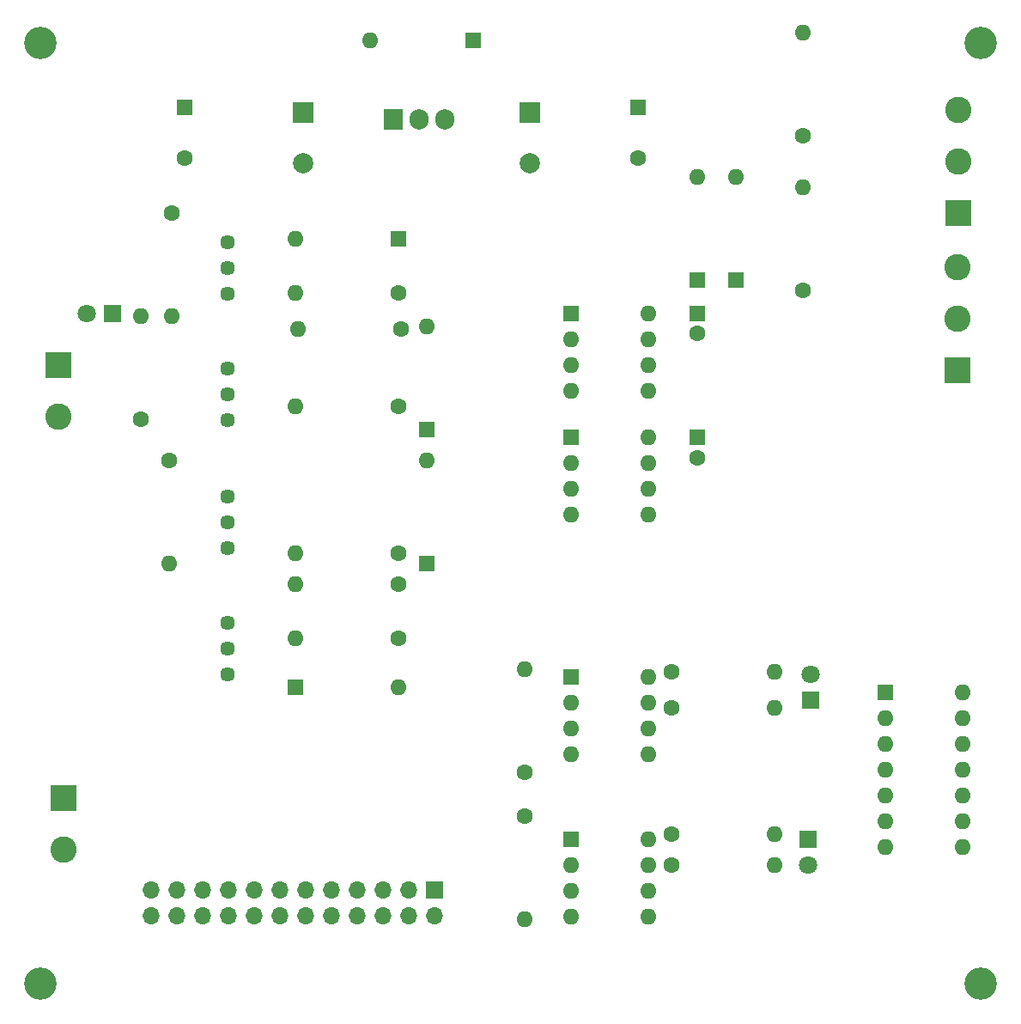
<source format=gts>
%TF.GenerationSoftware,KiCad,Pcbnew,(6.0.8)*%
%TF.CreationDate,2023-09-05T09:20:41+09:00*%
%TF.ProjectId,AltairMD_V2,416c7461-6972-44d4-945f-56322e6b6963,rev?*%
%TF.SameCoordinates,Original*%
%TF.FileFunction,Soldermask,Top*%
%TF.FilePolarity,Negative*%
%FSLAX46Y46*%
G04 Gerber Fmt 4.6, Leading zero omitted, Abs format (unit mm)*
G04 Created by KiCad (PCBNEW (6.0.8)) date 2023-09-05 09:20:41*
%MOMM*%
%LPD*%
G01*
G04 APERTURE LIST*
%ADD10O,1.600000X1.600000*%
%ADD11R,1.600000X1.600000*%
%ADD12C,1.600000*%
%ADD13R,2.600000X2.600000*%
%ADD14C,2.600000*%
%ADD15C,1.800000*%
%ADD16R,1.800000X1.800000*%
%ADD17C,1.447800*%
%ADD18R,2.000000X2.000000*%
%ADD19C,2.000000*%
%ADD20C,3.200000*%
%ADD21R,1.905000X2.000000*%
%ADD22O,1.905000X2.000000*%
%ADD23O,1.700000X1.700000*%
%ADD24R,1.700000X1.700000*%
G04 APERTURE END LIST*
D10*
%TO.C,U5*%
X139710000Y-93228000D03*
X139710000Y-95768000D03*
X139710000Y-98308000D03*
X139710000Y-100848000D03*
X132090000Y-100848000D03*
X132090000Y-98308000D03*
X132090000Y-95768000D03*
D11*
X132090000Y-93228000D03*
%TD*%
D12*
%TO.C,C6*%
X144526000Y-95278900D03*
D11*
X144526000Y-93278900D03*
%TD*%
D10*
%TO.C,R12*%
X92456000Y-105664000D03*
D12*
X92456000Y-95504000D03*
%TD*%
D13*
%TO.C,J5*%
X170226000Y-71125000D03*
D14*
X170226000Y-66045000D03*
X170226000Y-60965000D03*
%TD*%
D15*
%TO.C,D10*%
X84328000Y-81026000D03*
D16*
X86868000Y-81026000D03*
%TD*%
D11*
%TO.C,D1*%
X122428000Y-54102000D03*
D10*
X112268000Y-54102000D03*
%TD*%
D17*
%TO.C,MOSFET1*%
X98208000Y-79121000D03*
X98208000Y-76581000D03*
X98208000Y-74041000D03*
%TD*%
D12*
%TO.C,R4*%
X141986000Y-132334000D03*
D10*
X152146000Y-132334000D03*
%TD*%
D17*
%TO.C,MOSFET3*%
X98208000Y-91567000D03*
X98208000Y-89027000D03*
X98208000Y-86487000D03*
%TD*%
D11*
%TO.C,U4*%
X132090000Y-81026000D03*
D10*
X132090000Y-83566000D03*
X132090000Y-86106000D03*
X132090000Y-88646000D03*
X139710000Y-88646000D03*
X139710000Y-86106000D03*
X139710000Y-83566000D03*
X139710000Y-81026000D03*
%TD*%
D18*
%TO.C,C2*%
X105664000Y-61214000D03*
D19*
X105664000Y-66214000D03*
%TD*%
D12*
%TO.C,R9*%
X115062000Y-90170000D03*
D10*
X104902000Y-90170000D03*
%TD*%
%TO.C,U6*%
X170698000Y-118359000D03*
X170698000Y-120899000D03*
X170698000Y-123439000D03*
X170698000Y-125979000D03*
X170698000Y-128519000D03*
X170698000Y-131059000D03*
X170698000Y-133599000D03*
X163078000Y-133599000D03*
X163078000Y-131059000D03*
X163078000Y-128519000D03*
X163078000Y-125979000D03*
X163078000Y-123439000D03*
X163078000Y-120899000D03*
D11*
X163078000Y-118359000D03*
%TD*%
D12*
%TO.C,R17*%
X154940000Y-78740000D03*
D10*
X154940000Y-68580000D03*
%TD*%
%TO.C,D9*%
X115062000Y-117856000D03*
D11*
X104902000Y-117856000D03*
%TD*%
D20*
%TO.C,H4*%
X172466000Y-147066000D03*
%TD*%
D12*
%TO.C,R1*%
X127508000Y-130556000D03*
D10*
X127508000Y-140716000D03*
%TD*%
%TO.C,R11*%
X104902000Y-104648000D03*
D12*
X115062000Y-104648000D03*
%TD*%
D10*
%TO.C,R14*%
X104902000Y-113030000D03*
D12*
X115062000Y-113030000D03*
%TD*%
D20*
%TO.C,H1*%
X79756000Y-54356000D03*
%TD*%
D12*
%TO.C,R7*%
X115062000Y-78994000D03*
D10*
X104902000Y-78994000D03*
%TD*%
D11*
%TO.C,D2*%
X144526000Y-77724000D03*
D10*
X144526000Y-67564000D03*
%TD*%
D17*
%TO.C,MOSFET2*%
X98208000Y-99060000D03*
X98208000Y-101600000D03*
X98208000Y-104140000D03*
%TD*%
D13*
%TO.C,J3*%
X170180000Y-86614000D03*
D14*
X170180000Y-81534000D03*
X170180000Y-76454000D03*
%TD*%
D12*
%TO.C,R16*%
X154940000Y-63500000D03*
D10*
X154940000Y-53340000D03*
%TD*%
D12*
%TO.C,R2*%
X127508000Y-126238000D03*
D10*
X127508000Y-116078000D03*
%TD*%
D11*
%TO.C,D6*%
X115062000Y-73660000D03*
D10*
X104902000Y-73660000D03*
%TD*%
D16*
%TO.C,D5*%
X155702000Y-119126000D03*
D15*
X155702000Y-116586000D03*
%TD*%
D12*
%TO.C,R10*%
X115316000Y-82550000D03*
D10*
X105156000Y-82550000D03*
%TD*%
D21*
%TO.C,U3*%
X114554000Y-61905000D03*
D22*
X117094000Y-61905000D03*
X119634000Y-61905000D03*
%TD*%
D11*
%TO.C,D7*%
X117856000Y-92456000D03*
D10*
X117856000Y-82296000D03*
%TD*%
D12*
%TO.C,R13*%
X115062000Y-107696000D03*
D10*
X104902000Y-107696000D03*
%TD*%
D20*
%TO.C,H3*%
X79756000Y-147066000D03*
%TD*%
D10*
%TO.C,D8*%
X117856000Y-95504000D03*
D11*
X117856000Y-105664000D03*
%TD*%
D16*
%TO.C,D4*%
X155448000Y-132842000D03*
D15*
X155448000Y-135382000D03*
%TD*%
D11*
%TO.C,C5*%
X144526000Y-81026000D03*
D12*
X144526000Y-83026000D03*
%TD*%
D14*
%TO.C,J1*%
X81996000Y-133853000D03*
D13*
X81996000Y-128773000D03*
%TD*%
D11*
%TO.C,D3*%
X148336000Y-77724000D03*
D10*
X148336000Y-67564000D03*
%TD*%
D18*
%TO.C,C3*%
X128016000Y-61214000D03*
D19*
X128016000Y-66214000D03*
%TD*%
D20*
%TO.C,H2*%
X172466000Y-54356000D03*
%TD*%
D11*
%TO.C,C4*%
X138684000Y-60706000D03*
D12*
X138684000Y-65706000D03*
%TD*%
%TO.C,R5*%
X141986000Y-116332000D03*
D10*
X152146000Y-116332000D03*
%TD*%
D12*
%TO.C,R6*%
X141986000Y-119888000D03*
D10*
X152146000Y-119888000D03*
%TD*%
D11*
%TO.C,U2*%
X132080000Y-116840000D03*
D10*
X132080000Y-119380000D03*
X132080000Y-121920000D03*
X132080000Y-124460000D03*
X139700000Y-124460000D03*
X139700000Y-121920000D03*
X139700000Y-119380000D03*
X139700000Y-116840000D03*
%TD*%
D11*
%TO.C,C1*%
X93980000Y-60706000D03*
D12*
X93980000Y-65706000D03*
%TD*%
D11*
%TO.C,U1*%
X132090000Y-132852000D03*
D10*
X132090000Y-135392000D03*
X132090000Y-137932000D03*
X132090000Y-140472000D03*
X139710000Y-140472000D03*
X139710000Y-137932000D03*
X139710000Y-135392000D03*
X139710000Y-132852000D03*
%TD*%
D12*
%TO.C,R8*%
X92710000Y-71120000D03*
D10*
X92710000Y-81280000D03*
%TD*%
%TO.C,R15*%
X89662000Y-81280000D03*
D12*
X89662000Y-91440000D03*
%TD*%
D17*
%TO.C,MOSFET4*%
X98208000Y-111506000D03*
X98208000Y-114046000D03*
X98208000Y-116586000D03*
%TD*%
D12*
%TO.C,R3*%
X141986000Y-135382000D03*
D10*
X152146000Y-135382000D03*
%TD*%
D23*
%TO.C,J4*%
X90683000Y-140400000D03*
X90683000Y-137860000D03*
X93223000Y-140400000D03*
X93223000Y-137860000D03*
X95763000Y-140400000D03*
X95763000Y-137860000D03*
X98303000Y-140400000D03*
X98303000Y-137860000D03*
X100843000Y-140400000D03*
X100843000Y-137860000D03*
X103383000Y-140400000D03*
X103383000Y-137860000D03*
X105923000Y-140400000D03*
X105923000Y-137860000D03*
X108463000Y-140400000D03*
X108463000Y-137860000D03*
X111003000Y-140400000D03*
X111003000Y-137860000D03*
X113543000Y-140400000D03*
X113543000Y-137860000D03*
X116083000Y-140400000D03*
X116083000Y-137860000D03*
X118623000Y-140400000D03*
D24*
X118623000Y-137860000D03*
%TD*%
D14*
%TO.C,J2*%
X81534000Y-91186000D03*
D13*
X81534000Y-86106000D03*
%TD*%
M02*

</source>
